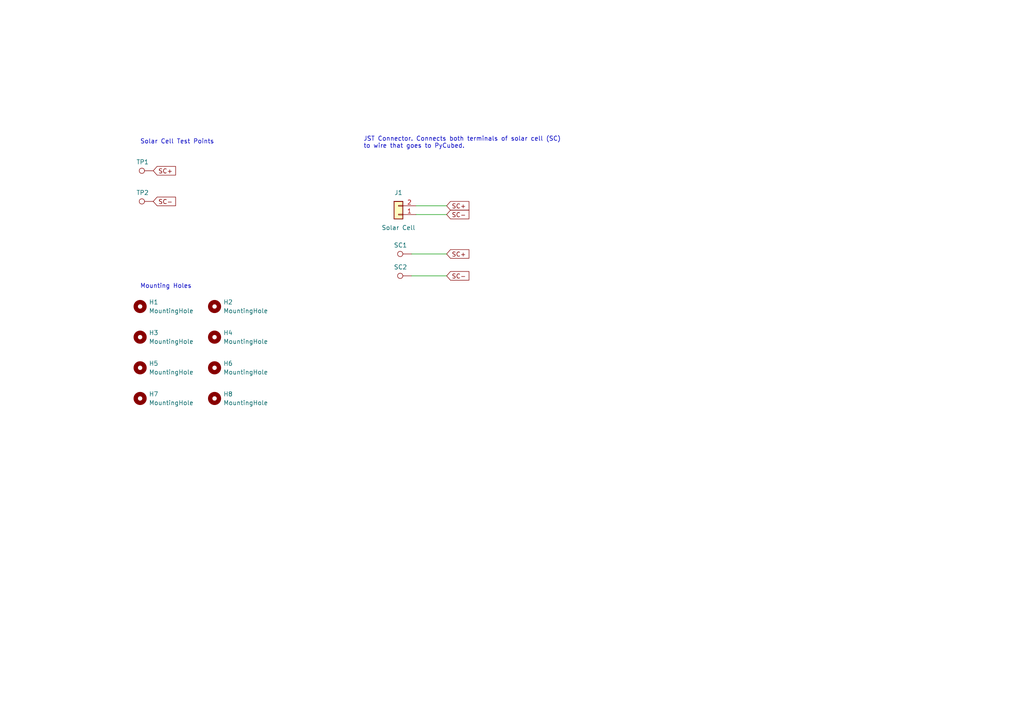
<source format=kicad_sch>
(kicad_sch (version 20211123) (generator eeschema)
  (paper "A4")
  (title_block (title "Solar Cell PCBs ") (date "2022-12-18") (rev "1"))
  (lib_symbols
    (symbol "Connector:TestPoint" (pin_numbers hide) (pin_names (offset 0.762) hide)
      (property "Reference" "TP" (at 0 6.858 0))
      (property "Value" "TestPoint" (at 0 5.08 0))
      (symbol "TestPoint_0_1"
        (circle (center 0 3.302) (radius 0.762))
      )
      (symbol "TestPoint_1_1"
        (pin passive line (at 0 0 90) (length 2.54) (name "1") (number "1"))
      )
    )
    (symbol "Connector_Generic:Conn_01x02" (pin_names (offset 1.016) hide)
      (property "Reference" "J" (at 0 2.54 0))
      (property "Value" "Conn_01x02" (at 0 -5.08 0))
      (symbol "Conn_01x02_1_1"
        (rectangle (start -1.27 -2.413) (end 0 -2.667) (stroke (width 0.1524)))
        (rectangle (start -1.27 0.127) (end 0 -0.127) (stroke (width 0.1524)))
        (rectangle (start -1.27 1.27) (end 1.27 -3.81) (stroke (width 0.254)) (fill (type background)))
        (pin passive line (at -5.08 0 0) (length 3.81) (name "Pin_1") (number "1"))
        (pin passive line (at -5.08 -2.54 0) (length 3.81) (name "Pin_2") (number "2"))
      )
    )
    (symbol "Mechanical:MountingHole" (pin_names (offset 1.016))
      (property "Reference" "H" (at 0 5.08 0))
      (property "Value" "MountingHole" (at 0 3.175 0))
      (symbol "MountingHole_0_1"
        (circle (center 0 0) (radius 1.27) (stroke (width 1.27)))
      )
    )
  )
  (wire (pts (xy 129.54 73.66) (xy 119.38 73.66)))
  (wire (pts (xy 129.54 80.01) (xy 119.38 80.01)))
  (wire (pts (xy 129.54 59.69) (xy 120.65 59.69)))
  (wire (pts (xy 129.54 62.23) (xy 120.65 62.23)))
  (text "Solar Cell Test Points" (at 40.64 41.91 0) (effects (font (size 1.27 1.27)) (justify left bottom)))
  (text "Mounting Holes" (at 40.64 83.82 0) (effects (font (size 1.27 1.27)) (justify left bottom)))
  (text "JST Connector. Connects both terminals of solar cell (SC)\nto wire that goes to PyCubed." (at 105.41 43.18 0) (effects (font (size 1.27 1.27)) (justify left bottom)))
  (global_label "SC-" (shape input) (at 44.45 58.42 0) (property "Intersheet References" "${INTERSHEET_REFS}" (effects hide)))
  (global_label "SC+" (shape input) (at 129.54 59.69 0) (property "Intersheet References" "${INTERSHEET_REFS}" (effects hide)))
  (global_label "SC-" (shape input) (at 129.54 80.01 0) (property "Intersheet References" "${INTERSHEET_REFS}" (effects hide)))
  (global_label "SC+" (shape input) (at 129.54 73.66 0) (property "Intersheet References" "${INTERSHEET_REFS}" (effects hide)))
  (global_label "SC+" (shape input) (at 44.45 49.53 0) (property "Intersheet References" "${INTERSHEET_REFS}" (effects hide)))
  (global_label "SC-" (shape input) (at 129.54 62.23 0) (property "Intersheet References" "${INTERSHEET_REFS}" (effects hide)))
  (symbol (lib_id "Mechanical:MountingHole") (at 62.23 97.79 0) (unit 1)
    (property "Reference" "H4" (at 64.77 96.5199 0) (effects (justify left)))
    (property "Value" "MountingHole" (at 64.77 99.0599 0) (effects (justify left)))
    (property "Footprint" "MountingHole:MountingHole_3.2mm_M3_DIN965_Pad" (effects hide))
  )
  (symbol (lib_id "Mechanical:MountingHole") (at 40.64 97.79 0) (unit 1)
    (property "Reference" "H3" (at 43.18 96.5199 0) (effects (justify left)))
    (property "Value" "MountingHole" (at 43.18 99.0599 0) (effects (justify left)))
    (property "Footprint" "MountingHole:MountingHole_3.2mm_M3_DIN965_Pad" (effects hide))
  )
  (symbol (lib_id "Mechanical:MountingHole") (at 40.64 115.57 0) (unit 1)
    (property "Reference" "H7" (at 43.18 114.2999 0) (effects (justify left)))
    (property "Value" "MountingHole" (at 43.18 116.8399 0) (effects (justify left)))
    (property "Footprint" "MountingHole:MountingHole_3.2mm_M3_DIN965_Pad" (effects hide))
  )
  (symbol (lib_id "Mechanical:MountingHole") (at 40.64 106.68 0) (unit 1)
    (property "Reference" "H5" (at 43.18 105.4099 0) (effects (justify left)))
    (property "Value" "MountingHole" (at 43.18 107.9499 0) (effects (justify left)))
    (property "Footprint" "MountingHole:MountingHole_3.2mm_M3_DIN965_Pad" (effects hide))
  )
  (symbol (lib_id "Mechanical:MountingHole") (at 62.23 115.57 0) (unit 1)
    (property "Reference" "H8" (at 64.77 114.2999 0) (effects (justify left)))
    (property "Value" "MountingHole" (at 64.77 116.8399 0) (effects (justify left)))
    (property "Footprint" "MountingHole:MountingHole_3.2mm_M3_DIN965_Pad" (effects hide))
  )
  (symbol (lib_id "Mechanical:MountingHole") (at 62.23 106.68 0) (unit 1)
    (property "Reference" "H6" (at 64.77 105.4099 0) (effects (justify left)))
    (property "Value" "MountingHole" (at 64.77 107.9499 0) (effects (justify left)))
    (property "Footprint" "MountingHole:MountingHole_3.2mm_M3_DIN965_Pad" (effects hide))
  )
  (symbol (lib_id "Connector:TestPoint") (at 119.38 80.01 90) (unit 1)
    (property "Reference" "SC2" (at 118.11 77.47 90) (effects (justify left)))
    (property "Value" "SC-" (effects hide))
    (property "Footprint" "TestPoint:TestPoint_THTPad_D3.0mm_Drill1.5mm" (effects hide))
  )
  (symbol (lib_id "Connector:TestPoint") (at 44.45 58.42 90) (unit 1)
    (property "Reference" "TP2" (at 43.18 55.88 90) (effects (justify left)))
    (property "Value" "SC-" (effects hide))
    (property "Footprint" "TestPoint:TestPoint_Loop_D1.80mm_Drill1.0mm_Beaded" (effects hide))
    (property "DNP" "DNP" (effects hide))
  )
  (symbol (lib_id "Mechanical:MountingHole") (at 40.64 88.9 0) (unit 1)
    (property "Reference" "H1" (at 43.18 87.6299 0) (effects (justify left)))
    (property "Value" "MountingHole" (at 43.18 90.1699 0) (effects (justify left)))
    (property "Footprint" "MountingHole:MountingHole_3.2mm_M3_DIN965_Pad" (effects hide))
  )
  (symbol (lib_id "Connector_Generic:Conn_01x02") (at 115.57 62.23 180) (unit 1)
    (property "Reference" "J1" (at 115.57 55.88 0))
    (property "Value" "Solar Cell" (at 115.57 66.04 0))
    (property "Footprint" "Molex_PicoLock_2p_2mm_2053380002:2053380002" (effects hide))
  )
  (symbol (lib_id "Connector:TestPoint") (at 44.45 49.53 90) (unit 1)
    (property "Reference" "TP1" (at 43.18 46.99 90) (effects (justify left)))
    (property "Value" "SC+" (effects hide))
    (property "Footprint" "TestPoint:TestPoint_Loop_D1.80mm_Drill1.0mm_Beaded" (effects hide))
    (property "DNP" "DNP" (effects hide))
  )
  (symbol (lib_id "Mechanical:MountingHole") (at 62.23 88.9 0) (unit 1)
    (property "Reference" "H2" (at 64.77 87.6299 0) (effects (justify left)))
    (property "Value" "MountingHole" (at 64.77 90.1699 0) (effects (justify left)))
    (property "Footprint" "MountingHole:MountingHole_3.2mm_M3_DIN965_Pad" (effects hide))
  )
  (symbol (lib_id "Connector:TestPoint") (at 119.38 73.66 90) (unit 1)
    (property "Reference" "SC1" (at 118.11 71.12 90) (effects (justify left)))
    (property "Value" "SC+" (effects hide))
    (property "Footprint" "TestPoint:TestPoint_THTPad_D3.0mm_Drill1.5mm" (effects hide))
  )
)
</source>
